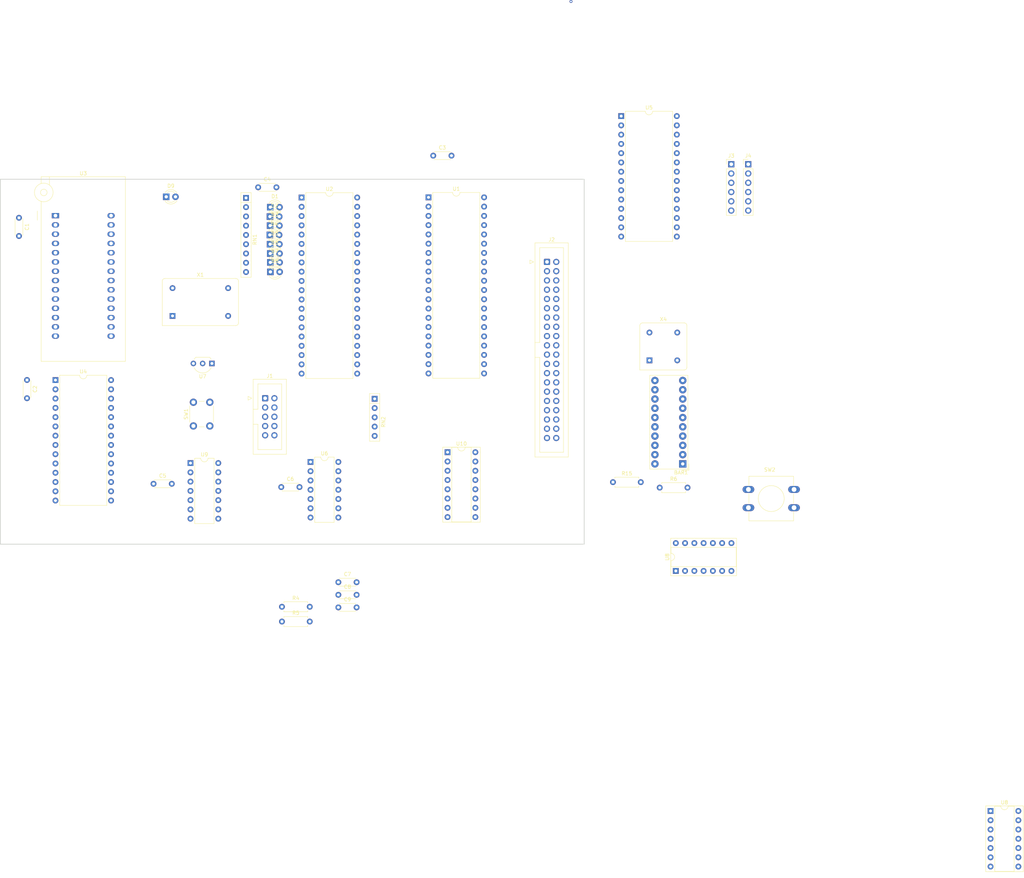
<source format=kicad_pcb>
(kicad_pcb (version 20240108) (generator "pcbnew") (generator_version "8.0")
  (layers (0 "F.Cu" signal) (31 "B.Cu" signal) (34 "B.Paste" user) (35 "F.Paste" user) (36 "B.SilkS" user "B.Silkscreen") (37 "F.SilkS" user "F.Silkscreen") (38 "B.Mask" user) (39 "F.Mask" user) (44 "Edge.Cuts" user))
  (net 0 "")
  (net 1 "LED7")
  (net 2 "LED1")
  (net 3 "Net-(RN1-R1)")
  (net 4 "VCC")
  (net 5 "LED5")
  (net 7 "LED3")
  (net 8 "LED8")
  (net 9 "Net-(RN1-R7)")
  (net 10 "LED6")
  (net 11 "Net-(BAR1-K-Pad20)")
  (net 12 "Net-(RN1-R6)")
  (net 14 "Net-(RN1-R5)")
  (net 15 "Net-(RN1-R8)")
  (net 16 "Net-(RN1-R4)")
  (net 17 "Net-(RN1-R2)")
  (net 18 "LED2")
  (net 19 "Net-(RN1-R3)")
  (net 20 "LED4")
  (net 21 "GND")
  (net 22 "Net-(C9-Pad1)")
  (net 23 "PB4")
  (net 24 "PB6")
  (net 25 "PB0")
  (net 26 "PB2")
  (net 27 "PB1")
  (net 28 "PB5")
  (net 29 "PB3")
  (net 30 "PB7")
  (net 33 "Net-(J3-Pin_4)")
  (net 35 "Net-(J3-Pin_3)")
  (net 36 "CB2")
  (net 38 "CA1")
  (net 39 "CA2")
  (net 40 "CB1")
  (net 41 "IRQ1")
  (net 42 "IRQ2")
  (net 43 "IRQ3")
  (net 44 "Net-(R4-Pad2)")
  (net 45 "Net-(U1-RDY)")
  (net 46 "RST")
  (net 48 "/A5")
  (net 49 "R{slash}W")
  (net 50 "/A6")
  (net 51 "A13")
  (net 52 "A8")
  (net 54 "/A0")
  (net 56 "/D2")
  (net 57 "/D7")
  (net 58 "/A11")
  (net 59 "/A15")
  (net 60 "/D6")
  (net 61 "A12")
  (net 62 "NMI")
  (net 64 "/A1")
  (net 65 "/D0")
  (net 66 "CLK")
  (net 67 "/D4")
  (net 68 "A9")
  (net 69 "A14")
  (net 70 "/A4")
  (net 71 "/D5")
  (net 72 "Net-(U1-~{IRQ})")
  (net 73 "A10")
  (net 75 "/D3")
  (net 77 "/D1")
  (net 78 "/A7")
  (net 80 "I{slash}O")
  (net 81 "I{slash}O 1")
  (net 82 "ROMSEL")
  (net 83 "RAMSEL")
  (net 84 "Net-(U5-XTAL1)")
  (net 88 "I{slash}O 2")
  (net 91 "I{slash}O 7")
  (net 92 "I{slash}O 8")
  (net 93 "I{slash}O 3")
  (net 94 "I{slash}O 4")
  (net 95 "I{slash}O 6")
  (net 96 "I{slash}O 5")
  (net 111 "Net-(D1-K)")
  (net 112 "Net-(D2-K)")
  (net 113 "Net-(D3-K)")
  (net 114 "Net-(D4-K)")
  (net 115 "Net-(D5-K)")
  (net 116 "Net-(D6-K)")
  (net 117 "Net-(D7-K)")
  (net 118 "Net-(D8-K)")
  (net 119 "Net-(D9-A)")
  (net 120 "IRQ4")
  (net 133 "A3")
  (net 134 "D2")
  (net 135 "D7")
  (net 136 "A0")
  (net 137 "A2")
  (net 138 "D4")
  (net 139 "D6")
  (net 140 "D3")
  (net 141 "A1")
  (net 142 "D1")
  (net 143 "D5")
  (net 144 "D0")
  (net 145 "Net-(X1-OUT)")
  (footprint "Resistor_THT:R_Axial_DIN0207_L6.3mm_D2.5mm_P7.62mm_Horizontal" (layer "F.Cu") (at 127.165 171.2)
    (property "Reference" "R5" (at 3.81 -2.37 0) (layer "F.SilkS"))
    (property "Value" "10K")
    (pad "1" thru_hole circle (at 0 0) (size 1.6 1.6) (drill 0.8) (layers "*.Cu" "*.Mask") (net 22 "Net-(C9-Pad1)"))
    (pad "2" thru_hole oval (at 7.62 0) (size 1.6 1.6) (drill 0.8) (layers "*.Cu" "*.Mask") (net 44 "Net-(R4-Pad2)"))
  )
  (footprint "Oscillator:Oscillator_DIP-14" (layer "F.Cu") (at 97.185 87.445)
    (property "Reference" "X1" (at 7.62 -11.26 0) (layer "F.SilkS"))
    (property "Value" "1MHz")
    (pad "1" thru_hole rect (at 0 0) (size 1.6 1.6) (drill 0.8) (layers "*.Cu" "*.Mask"))
    (pad "7" thru_hole circle (at 15.24 0) (size 1.6 1.6) (drill 0.8) (layers "*.Cu" "*.Mask") (net 21 "GND"))
    (pad "8" thru_hole circle (at 15.24 -7.62) (size 1.6 1.6) (drill 0.8) (layers "*.Cu" "*.Mask") (net 145 "Net-(X1-OUT)"))
    (pad "14" thru_hole circle (at 0 -7.62) (size 1.6 1.6) (drill 0.8) (layers "*.Cu" "*.Mask") (net 4 "VCC"))
  )
  (footprint "Capacitor_THT:C_Disc_D4.3mm_W1.9mm_P5.00mm" (layer "F.Cu") (at 142.625 163.875)
    (property "Reference" "C8" (at 2.5 -2.2 0) (layer "F.SilkS"))
    (property "Value" "100nF")
    (pad "1" thru_hole circle (at 0 0) (size 1.6 1.6) (drill 0.8) (layers "*.Cu" "*.Mask") (net 4 "VCC"))
    (pad "2" thru_hole circle (at 5 0) (size 1.6 1.6) (drill 0.8) (layers "*.Cu" "*.Mask") (net 21 "GND"))
  )
  (footprint "Package_DIP:DIP-40_W15.24mm" (layer "F.Cu") (at 132.55 55)
    (property "Reference" "U2" (at 7.62 -2.33 0) (layer "F.SilkS"))
    (property "Value" "W65C22NxP")
    (pad "1" thru_hole rect (at 0 0) (size 1.6 1.6) (drill 0.8) (layers "*.Cu" "*.Mask") (net 21 "GND"))
    (pad "2" thru_hole oval (at 0 2.54) (size 1.6 1.6) (drill 0.8) (layers "*.Cu" "*.Mask") (net 2 "LED1"))
    (pad "3" thru_hole oval (at 0 5.08) (size 1.6 1.6) (drill 0.8) (layers "*.Cu" "*.Mask") (net 18 "LED2"))
    (pad "4" thru_hole oval (at 0 7.62) (size 1.6 1.6) (drill 0.8) (layers "*.Cu" "*.Mask") (net 7 "LED3"))
    (pad "5" thru_hole oval (at 0 10.16) (size 1.6 1.6) (drill 0.8) (layers "*.Cu" "*.Mask") (net 20 "LED4"))
    (pad "6" thru_hole oval (at 0 12.7) (size 1.6 1.6) (drill 0.8) (layers "*.Cu" "*.Mask") (net 5 "LED5"))
    (pad "7" thru_hole oval (at 0 15.24) (size 1.6 1.6) (drill 0.8) (layers "*.Cu" "*.Mask") (net 10 "LED6"))
    (pad "8" thru_hole oval (at 0 17.78) (size 1.6 1.6) (drill 0.8) (layers "*.Cu" "*.Mask") (net 1 "LED7"))
    (pad "9" thru_hole oval (at 0 20.32) (size 1.6 1.6) (drill 0.8) (layers "*.Cu" "*.Mask") (net 8 "LED8"))
    (pad "10" thru_hole oval (at 0 22.86) (size 1.6 1.6) (drill 0.8) (layers "*.Cu" "*.Mask") (net 25 "PB0"))
    (pad "11" thru_hole oval (at 0 25.4) (size 1.6 1.6) (drill 0.8) (layers "*.Cu" "*.Mask") (net 27 "PB1"))
    (pad "12" thru_hole oval (at 0 27.94) (size 1.6 1.6) (drill 0.8) (layers "*.Cu" "*.Mask") (net 26 "PB2"))
    (pad "13" thru_hole oval (at 0 30.48) (size 1.6 1.6) (drill 0.8) (layers "*.Cu" "*.Mask") (net 29 "PB3"))
    (pad "14" thru_hole oval (at 0 33.02) (size 1.6 1.6) (drill 0.8) (layers "*.Cu" "*.Mask") (net 23 "PB4"))
    (pad "15" thru_hole oval (at 0 35.56) (size 1.6 1.6) (drill 0.8) (layers "*.Cu" "*.Mask") (net 28 "PB5"))
    (pad "16" thru_hole oval (at 0 38.1) (size 1.6 1.6) (drill 0.8) (layers "*.Cu" "*.Mask") (net 24 "PB6"))
    (pad "17" thru_hole oval (at 0 40.64) (size 1.6 1.6) (drill 0.8) (layers "*.Cu" "*.Mask") (net 30 "PB7"))
    (pad "18" thru_hole oval (at 0 43.18) (size 1.6 1.6) (drill 0.8) (layers "*.Cu" "*.Mask") (net 40 "CB1"))
    (pad "19" thru_hole oval (at 0 45.72) (size 1.6 1.6) (drill 0.8) (layers "*.Cu" "*.Mask") (net 36 "CB2"))
    (pad "20" thru_hole oval (at 0 48.26) (size 1.6 1.6) (drill 0.8) (layers "*.Cu" "*.Mask") (net 4 "VCC"))
    (pad "21" thru_hole oval (at 15.24 48.26) (size 1.6 1.6) (drill 0.8) (layers "*.Cu" "*.Mask") (net 41 "IRQ1"))
    (pad "22" thru_hole oval (at 15.24 45.72) (size 1.6 1.6) (drill 0.8) (layers "*.Cu" "*.Mask") (net 49 "R{slash}W"))
    (pad "23" thru_hole oval (at 15.24 43.18) (size 1.6 1.6) (drill 0.8) (layers "*.Cu" "*.Mask") (net 81 "I{slash}O 1"))
    (pad "24" thru_hole oval (at 15.24 40.64) (size 1.6 1.6) (drill 0.8) (layers "*.Cu" "*.Mask") (net 80 "I{slash}O"))
    (pad "25" thru_hole oval (at 15.24 38.1) (size 1.6 1.6) (drill 0.8) (layers "*.Cu" "*.Mask") (net 66 "CLK"))
    (pad "26" thru_hole oval (at 15.24 35.56) (size 1.6 1.6) (drill 0.8) (layers "*.Cu" "*.Mask") (net 135 "D7"))
    (pad "27" thru_hole oval (at 15.24 33.02) (size 1.6 1.6) (drill 0.8) (layers "*.Cu" "*.Mask") (net 139 "D6"))
    (pad "28" thru_hole oval (at 15.24 30.48) (size 1.6 1.6) (drill 0.8) (layers "*.Cu" "*.Mask") (net 143 "D5"))
    (pad "29" thru_hole oval (at 15.24 27.94) (size 1.6 1.6) (drill 0.8) (layers "*.Cu" "*.Mask") (net 138 "D4"))
    (pad "30" thru_hole oval (at 15.24 25.4) (size 1.6 1.6) (drill 0.8) (layers "*.Cu" "*.Mask") (net 140 "D3"))
    (pad "31" thru_hole oval (at 15.24 22.86) (size 1.6 1.6) (drill 0.8) (layers "*.Cu" "*.Mask") (net 134 "D2"))
    (pad "32" thru_hole oval (at 15.24 20.32) (size 1.6 1.6) (drill 0.8) (layers "*.Cu" "*.Mask") (net 142 "D1"))
    (pad "33" thru_hole oval (at 15.24 17.78) (size 1.6 1.6) (drill 0.8) (layers "*.Cu" "*.Mask") (net 144 "D0"))
    (pad "34" thru_hole oval (at 15.24 15.24) (size 1.6 1.6) (drill 0.8) (layers "*.Cu" "*.Mask") (net 46 "RST"))
    (pad "35" thru_hole oval (at 15.24 12.7) (size 1.6 1.6) (drill 0.8) (layers "*.Cu" "*.Mask") (net 133 "A3"))
    (pad "36" thru_hole oval (at 15.24 10.16) (size 1.6 1.6) (drill 0.8) (layers "*.Cu" "*.Mask") (net 137 "A2"))
    (pad "37" thru_hole oval (at 15.24 7.62) (size 1.6 1.6) (drill 0.8) (layers "*.Cu" "*.Mask") (net 141 "A1"))
    (pad "38" thru_hole oval (at 15.24 5.08) (size 1.6 1.6) (drill 0.8) (layers "*.Cu" "*.Mask") (net 136 "A0"))
    (pad "39" thru_hole oval (at 15.24 2.54) (size 1.6 1.6) (drill 0.8) (layers "*.Cu" "*.Mask") (net 39 "CA2"))
    (pad "40" thru_hole oval (at 15.24 0) (size 1.6 1.6) (drill 0.8) (layers "*.Cu" "*.Mask") (net 38 "CA1"))
  )
  (footprint "LED_THT:LED_D3.0mm" (layer "F.Cu") (at 123.96 57.65)
    (property "Reference" "D1" (at 1.27 -2.96 0) (layer "F.SilkS"))
    (property "Value" "LED")
    (pad "1" thru_hole rect (at 0 0) (size 1.8 1.8) (drill 0.9) (layers "*.Cu" "*.Mask") (net 111 "Net-(D1-K)"))
    (pad "2" thru_hole circle (at 2.54 0) (size 1.8 1.8) (drill 0.9) (layers "*.Cu" "*.Mask") (net 2 "LED1"))
  )
  (footprint "LED_THT:LED_D3.0mm" (layer "F.Cu") (at 124 75.375)
    (property "Reference" "D8" (at 1.27 -2.96 0) (layer "F.SilkS"))
    (property "Value" "LED")
    (pad "1" thru_hole rect (at 0 0) (size 1.8 1.8) (drill 0.9) (layers "*.Cu" "*.Mask") (net 118 "Net-(D8-K)"))
    (pad "2" thru_hole circle (at 2.54 0) (size 1.8 1.8) (drill 0.9) (layers "*.Cu" "*.Mask") (net 8 "LED8"))
  )
  (footprint "Resistor_THT:R_Array_SIP9" (layer "F.Cu") (at 117.325 55.1 -90)
    (property "Reference" "RN1" (at 11.43 -2.4 90) (layer "F.SilkS"))
    (property "Value" "220")
    (pad "1" thru_hole rect (at 0 0 270) (size 1.6 1.6) (drill 0.8) (layers "*.Cu" "*.Mask") (net 21 "GND"))
    (pad "2" thru_hole oval (at 2.54 0 270) (size 1.6 1.6) (drill 0.8) (layers "*.Cu" "*.Mask") (net 111 "Net-(D1-K)"))
    (pad "3" thru_hole oval (at 5.08 0 270) (size 1.6 1.6) (drill 0.8) (layers "*.Cu" "*.Mask") (net 112 "Net-(D2-K)"))
    (pad "4" thru_hole oval (at 7.62 0 270) (size 1.6 1.6) (drill 0.8) (layers "*.Cu" "*.Mask") (net 113 "Net-(D3-K)"))
    (pad "5" thru_hole oval (at 10.16 0 270) (size 1.6 1.6) (drill 0.8) (layers "*.Cu" "*.Mask") (net 114 "Net-(D4-K)"))
    (pad "6" thru_hole oval (at 12.7 0 270) (size 1.6 1.6) (drill 0.8) (layers "*.Cu" "*.Mask") (net 115 "Net-(D5-K)"))
    (pad "7" thru_hole oval (at 15.24 0 270) (size 1.6 1.6) (drill 0.8) (layers "*.Cu" "*.Mask") (net 116 "Net-(D6-K)"))
    (pad "8" thru_hole oval (at 17.78 0 270) (size 1.6 1.6) (drill 0.8) (layers "*.Cu" "*.Mask") (net 117 "Net-(D7-K)"))
    (pad "9" thru_hole oval (at 20.32 0 270) (size 1.6 1.6) (drill 0.8) (layers "*.Cu" "*.Mask") (net 118 "Net-(D8-K)"))
  )
  (footprint "Connector_IDC:IDC-Header_2x20_P2.54mm_Vertical" (layer "F.Cu") (at 199.8 72.645)
    (property "Reference" "J2" (at 1.27 -6.1 0) (layer "F.SilkS"))
    (property "Value" "Conn_02x20_Odd_Even")
    (pad "1" thru_hole roundrect (at 0 0) (size 1.7 1.7) (drill 1) (layers "*.Cu" "*.Mask") (roundrect_rratio 0.147059) (net 46 "RST"))
    (pad "2" thru_hole circle (at 2.54 0) (size 1.7 1.7) (drill 1) (layers "*.Cu" "*.Mask") (net 21 "GND"))
    (pad "3" thru_hole circle (at 0 2.54) (size 1.7 1.7) (drill 1) (layers "*.Cu" "*.Mask") (net 66 "CLK"))
    (pad "4" thru_hole circle (at 2.54 2.54) (size 1.7 1.7) (drill 1) (layers "*.Cu" "*.Mask") (net 136 "A0"))
    (pad "5" thru_hole circle (at 0 5.08) (size 1.7 1.7) (drill 1) (layers "*.Cu" "*.Mask") (net 49 "R{slash}W"))
    (pad "6" thru_hole circle (at 2.54 5.08) (size 1.7 1.7) (drill 1) (layers "*.Cu" "*.Mask") (net 141 "A1"))
    (pad "7" thru_hole circle (at 0 7.62) (size 1.7 1.7) (drill 1) (layers "*.Cu" "*.Mask") (net 80 "I{slash}O"))
    (pad "8" thru_hole circle (at 2.54 7.62) (size 1.7 1.7) (drill 1) (layers "*.Cu" "*.Mask") (net 137 "A2"))
    (pad "9" thru_hole circle (at 0 10.16) (size 1.7 1.7) (drill 1) (layers "*.Cu" "*.Mask") (net 42 "IRQ2"))
    (pad "10" thru_hole circle (at 2.54 10.16) (size 1.7 1.7) (drill 1) (layers "*.Cu" "*.Mask") (net 133 "A3"))
    (pad "11" thru_hole circle (at 0 12.7) (size 1.7 1.7) (drill 1) (layers "*.Cu" "*.Mask") (net 43 "IRQ3"))
    (pad "12" thru_hole circle (at 2.54 12.7) (size 1.7 1.7) (drill 1) (layers "*.Cu" "*.Mask"))
    (pad "13" thru_hole circle (at 0 15.24) (size 1.7 1.7) (drill 1) (layers "*.Cu" "*.Mask") (net 120 "IRQ4"))
    (pad "14" thru_hole circle (at 2.54 15.24) (size 1.7 1.7) (drill 1) (layers "*.Cu" "*.Mask"))
    (pad "15" thru_hole circle (at 0 17.78) (size 1.7 1.7) (drill 1) (layers "*.Cu" "*.Mask"))
    (pad "16" thru_hole circle (at 2.54 17.78) (size 1.7 1.7) (drill 1) (layers "*.Cu" "*.Mask"))
    (pad "17" thru_hole circle (at 0 20.32) (size 1.7 1.7) (drill 1) (layers "*.Cu" "*.Mask"))
    (pad "18" thru_hole circle (at 2.54 20.32) (size 1.7 1.7) (drill 1) (layers "*.Cu" "*.Mask"))
    (pad "19" thru_hole circle (at 0 22.86) (size 1.7 1.7) (drill 1) (layers "*.Cu" "*.Mask"))
    (pad "20" thru_hole circle (at 2.54 22.86) (size 1.7 1.7) (drill 1) (layers "*.Cu" "*.Mask"))
    (pad "21" thru_hole circle (at 0 25.4) (size 1.7 1.7) (drill 1) (layers "*.Cu" "*.Mask"))
    (pad "22" thru_hole circle (at 2.54 25.4) (size 1.7 1.7) (drill 1) (layers "*.Cu" "*.Mask"))
    (pad "23" thru_hole circle (at 0 27.94) (size 1.7 1.7) (drill 1) (layers "*.Cu" "*.Mask"))
    (pad "24" thru_hole circle (at 2.54 27.94) (size 1.7 1.7) (drill 1) (layers "*.Cu" "*.Mask") (net 144 "D0"))
    (pad "25" thru_hole circle (at 0 30.48) (size 1.7 1.7) (drill 1) (layers "*.Cu" "*.Mask"))
    (pad "26" thru_hole circle (at 2.54 30.48) (size 1.7 1.7) (drill 1) (layers "*.Cu" "*.Mask") (net 142 "D1"))
    (pad "27" thru_hole circle (at 0 33.02) (size 1.7 1.7) (drill 1) (layers "*.Cu" "*.Mask") (net 88 "I{slash}O 2"))
    (pad "28" thru_hole circle (at 2.54 33.02) (size 1.7 1.7) (drill 1) (layers "*.Cu" "*.Mask") (net 134 "D2"))
    (pad "29" thru_hole circle (at 0 35.56) (size 1.7 1.7) (drill 1) (layers "*.Cu" "*.Mask") (net 93 "I{slash}O 3"))
    (pad "30" thru_hole circle (at 2.54 35.56) (size 1.7 1.7) (drill 1) (layers "*.Cu" "*.Mask") (net 140 "D3"))
    (pad "31" thru_hole circle (at 0 38.1) (size 1.7 1.7) (drill 1) (layers "*.Cu" "*.Mask") (net 94 "I{slash}O 4"))
    (pad "32" thru_hole circle (at 2.54 38.1) (size 1.7 1.7) (drill 1) (layers "*.Cu" "*.Mask") (net 138 "D4"))
    (pad "33" thru_hole circle (at 0 40.64) (size 1.7 1.7) (drill 1) (layers "*.Cu" "*.Mask") (net 96 "I{slash}O 5"))
    (pad "34" thru_hole circle (at 2.54 40.64) (size 1.7 1.7) (drill 1) (layers "*.Cu" "*.Mask") (net 143 "D5"))
    (pad "35" thru_hole circle (at 0 43.18) (size 1.7 1.7) (drill 1) (layers "*.Cu" "*.Mask") (net 95 "I{slash}O 6"))
    (pad "36" thru_hole circle (at 2.54 43.18) (size 1.7 1.7) (drill 1) (layers "*.Cu" "*.Mask") (net 139 "D6"))
    (pad "37" thru_hole circle (at 0 45.72) (size 1.7 1.7) (drill 1) (layers "*.Cu" "*.Mask") (net 91 "I{slash}O 7"))
    (pad "38" thru_hole circle (at 2.54 45.72) (size 1.7 1.7) (drill 1) (layers "*.Cu" "*.Mask") (net 135 "D7"))
    (pad "39" thru_hole circle (at 0 48.26) (size 1.7 1.7) (drill 1) (layers "*.Cu" "*.Mask") (net 92 "I{slash}O 8"))
    (pad "40" thru_hole circle (at 2.54 48.26) (size 1.7 1.7) (drill 1) (layers "*.Cu" "*.Mask") (net 4 "VCC"))
  )
  (footprint "Package_DIP:DIP-28_W15.24mm" (layer "F.Cu") (at 65.1 105.025)
    (property "Reference" "U4" (at 7.62 -2.33 0) (layer "F.SilkS"))
    (property "Value" "CY62256-70PC")
    (pad "1" thru_hole rect (at 0 0) (size 1.6 1.6) (drill 0.8) (layers "*.Cu" "*.Mask") (net 69 "A14"))
    (pad "2" thru_hole oval (at 0 2.54) (size 1.6 1.6) (drill 0.8) (layers "*.Cu" "*.Mask") (net 61 "A12"))
    (pad "3" thru_hole oval (at 0 5.08) (size 1.6 1.6) (drill 0.8) (layers "*.Cu" "*.Mask") (net 78 "/A7"))
    (pad "4" thru_hole oval (at 0 7.62) (size 1.6 1.6) (drill 0.8) (layers "*.Cu" "*.Mask") (net 50 "/A6"))
    (pad "5" thru_hole oval (at 0 10.16) (size 1.6 1.6) (drill 0.8) (layers "*.Cu" "*.Mask") (net 48 "/A5"))
    (pad "6" thru_hole oval (at 0 12.7) (size 1.6 1.6) (drill 0.8) (layers "*.Cu" "*.Mask") (net 70 "/A4"))
    (pad "7" thru_hole oval (at 0 15.24) (size 1.6 1.6) (drill 0.8) (layers "*.Cu" "*.Mask") (net 133 "A3"))
    (pad "8" thru_hole oval (at 0 17.78) (size 1.6 1.6) (drill 0.8) (layers "*.Cu" "*.Mask") (net 137 "A2"))
    (pad "9" thru_hole oval (at 0 20.32) (size 1.6 1.6) (drill 0.8) (layers "*.Cu" "*.Mask") (net 141 "A1"))
    (pad "10" thru_hole oval (at 0 22.86) (size 1.6 1.6) (drill 0.8) (layers "*.Cu" "*.Mask") (net 136 "A0"))
    (pad "11" thru_hole oval (at 0 25.4) (size 1.6 1.6) (drill 0.8) (layers "*.Cu" "*.Mask") (net 144 "D0"))
    (pad "12" thru_hole oval (at 0 27.94) (size 1.6 1.6) (drill 0.8) (layers "*.Cu" "*.Mask") (net 142 "D1"))
    (pad "13" thru_hole oval (at 0 30.48) (size 1.6 1.6) (drill 0.8) (layers "*.Cu" "*.Mask") (net 134 "D2"))
    (pad "14" thru_hole oval (at 0 33.02) (size 1.6 1.6) (drill 0.8) (layers "*.Cu" "*.Mask") (net 21 "GND"))
    (pad "15" thru_hole oval (at 15.24 33.02) (size 1.6 1.6) (drill 0.8) (layers "*.Cu" "*.Mask") (net 140 "D3"))
    (pad "16" thru_hole oval (at 15.24 30.48) (size 1.6 1.6) (drill 0.8) (layers "*.Cu" "*.Mask") (net 138 "D4"))
    (pad "17" thru_hole oval (at 15.24 27.94) (size 1.6 1.6) (drill 0.8) (layers "*.Cu" "*.Mask") (net 143 "D5"))
    (pad "18" thru_hole oval (at 15.24 25.4) (size 1.6 1.6) (drill 0.8) (layers "*.Cu" "*.Mask") (net 139 "D6"))
    (pad "19" thru_hole oval (at 15.24 22.86) (size 1.6 1.6) (drill 0.8) (layers "*.Cu" "*.Mask") (net 135 "D7"))
    (pad "20" thru_hole oval (at 15.24 20.32) (size 1.6 1.6) (drill 0.8) (layers "*.Cu" "*.Mask") (net 83 "RAMSEL"))
    (pad "21" thru_hole oval (at 15.24 17.78) (size 1.6 1.6) (drill 0.8) (layers "*.Cu" "*.Mask") (net 73 "A10"))
    (pad "22" thru_hole oval (at 15.24 15.24) (size 1.6 1.6) (drill 0.8) (layers "*.Cu" "*.Mask") (net 80 "I{slash}O"))
    (pad "23" thru_hole oval (at 15.24 12.7) (size 1.6 1.6) (drill 0.8) (layers "*.Cu" "*.Mask") (net 58 "/A11"))
    (pad "24" thru_hole oval (at 15.24 10.16) (size 1.6 1.6) (drill 0.8) (layers "*.Cu" "*.Mask") (net 68 "A9"))
    (pad "25" thru_hole oval (at 15.24 7.62) (size 1.6 1.6) (drill 0.8) (layers "*.Cu" "*.Mask") (net 52 "A8"))
    (pad "26" thru_hole oval (at 15.24 5.08) (size 1.6 1.6) (drill 0.8) (layers "*.Cu" "*.Mask") (net 51 "A13"))
    (pad "27" thru_hole oval (at 15.24 2.54) (size 1.6 1.6) (drill 0.8) (layers "*.Cu" "*.Mask") (net 49 "R{slash}W"))
    (pad "28" thru_hole oval (at 15.24 0) (size 1.6 1.6) (drill 0.8) (layers "*.Cu" "*.Mask") (net 4 "VCC"))
  )
  (footprint "Package_DIP:DIP-14_W7.62mm" (layer "F.Cu") (at 135 127.46)
    (property "Reference" "U6" (at 3.81 -2.33 0) (layer "F.SilkS"))
    (property "Value" "74HC21")
    (pad "1" thru_hole rect (at 0 0) (size 1.6 1.6) (drill 0.8) (layers "*.Cu" "*.Mask") (net 43 "IRQ3"))
    (pad "2" thru_hole oval (at 0 2.54) (size 1.6 1.6) (drill 0.8) (layers "*.Cu" "*.Mask") (net 120 "IRQ4"))
    (pad "3" thru_hole oval (at 0 5.08) (size 1.6 1.6) (drill 0.8) (layers "*.Cu" "*.Mask"))
    (pad "4" thru_hole oval (at 0 7.62) (size 1.6 1.6) (drill 0.8) (layers "*.Cu" "*.Mask") (net 41 "IRQ1"))
    (pad "5" thru_hole oval (at 0 10.16) (size 1.6 1.6) (drill 0.8) (layers "*.Cu" "*.Mask") (net 42 "IRQ2"))
    (pad "6" thru_hole oval (at 0 12.7) (size 1.6 1.6) (drill 0.8) (layers "*.Cu" "*.Mask") (net 72 "Net-(U1-~{IRQ})"))
    (pad "7" thru_hole oval (at 0 15.24) (size 1.6 1.6) (drill 0.8) (layers "*.Cu" "*.Mask") (net 21 "GND"))
    (pad "8" thru_hole oval (at 7.62 15.24) (size 1.6 1.6) (drill 0.8) (layers "*.Cu" "*.Mask") (net 80 "I{slash}O"))
    (pad "9" thru_hole oval (at 7.62 12.7) (size 1.6 1.6) (drill 0.8) (layers "*.Cu" "*.Mask") (net 82 "ROMSEL"))
    (pad "10" thru_hole oval (at 7.62 10.16) (size 1.6 1.6) (drill 0.8) (layers "*.Cu" "*.Mask") (net 61 "A12"))
    (pad "11" thru_hole oval (at 7.62 7.62) (size 1.6 1.6) (drill 0.8) (layers "*.Cu" "*.Mask"))
    (pad "12" thru_hole oval (at 7.62 5.08) (size 1.6 1.6) (drill 0.8) (layers "*.Cu" "*.Mask") (net 51 "A13"))
    (pad "13" thru_hole oval (at 7.62 2.54) (size 1.6 1.6) (drill 0.8) (layers "*.Cu" "*.Mask") (net 69 "A14"))
    (pad "14" thru_hole oval (at 7.62 0) (size 1.6 1.6) (drill 0.8) (layers "*.Cu" "*.Mask") (net 4 "VCC"))
  )
  (footprint "Capacitor_THT:C_Disc_D4.3mm_W1.9mm_P5.00mm" (layer "F.Cu") (at 168.625 43.525)
    (property "Reference" "C3" (at 2.5 -2.2 0) (layer "F.SilkS"))
    (property "Value" "100nF")
    (pad "1" thru_hole circle (at 0 0) (size 1.6 1.6) (drill 0.8) (layers "*.Cu" "*.Mask") (net 4 "VCC"))
    (pad "2" thru_hole circle (at 5 0) (size 1.6 1.6) (drill 0.8) (layers "*.Cu" "*.Mask") (net 21 "GND"))
  )
  (footprint "Package_DIP:DIP-28_W15.24mm" (layer "F.Cu") (at 220.135 32.685)
    (property "Reference" "U5" (at 7.62 -2.33 0) (layer "F.SilkS"))
    (property "Value" "W65C51NxP")
    (pad "1" thru_hole rect (at 0 0) (size 1.6 1.6) (drill 0.8) (layers "*.Cu" "*.Mask") (net 21 "GND"))
    (pad "2" thru_hole oval (at 0 2.54) (size 1.6 1.6) (drill 0.8) (layers "*.Cu" "*.Mask") (net 80 "I{slash}O"))
    (pad "3" thru_hole oval (at 0 5.08) (size 1.6 1.6) (drill 0.8) (layers "*.Cu" "*.Mask") (net 88 "I{slash}O 2"))
    (pad "4" thru_hole oval (at 0 7.62) (size 1.6 1.6) (drill 0.8) (layers "*.Cu" "*.Mask") (net 46 "RST"))
    (pad "5" thru_hole oval (at 0 10.16) (size 1.6 1.6) (drill 0.8) (layers "*.Cu" "*.Mask"))
    (pad "6" thru_hole oval (at 0 12.7) (size 1.6 1.6) (drill 0.8) (layers "*.Cu" "*.Mask") (net 84 "Net-(U5-XTAL1)"))
    (pad "7" thru_hole oval (at 0 15.24) (size 1.6 1.6) (drill 0.8) (layers "*.Cu" "*.Mask"))
    (pad "8" thru_hole oval (at 0 17.78) (size 1.6 1.6) (drill 0.8) (layers "*.Cu" "*.Mask"))
    (pad "9" thru_hole oval (at 0 20.32) (size 1.6 1.6) (drill 0.8) (layers "*.Cu" "*.Mask") (net 21 "GND"))
    (pad "10" thru_hole oval (at 0 22.86) (size 1.6 1.6) (drill 0.8) (layers "*.Cu" "*.Mask") (net 33 "Net-(J3-Pin_4)"))
    (pad "11" thru_hole oval (at 0 25.4) (size 1.6 1.6) (drill 0.8) (layers "*.Cu" "*.Mask"))
    (pad "12" thru_hole oval (at 0 27.94) (size 1.6 1.6) (drill 0.8) (layers "*.Cu" "*.Mask") (net 35 "Net-(J3-Pin_3)"))
    (pad "13" thru_hole oval (at 0 30.48) (size 1.6 1.6) (drill 0.8) (layers "*.Cu" "*.Mask") (net 54 "/A0"))
    (pad "14" thru_hole oval (at 0 33.02) (size 1.6 1.6) (drill 0.8) (layers "*.Cu" "*.Mask") (net 64 "/A1"))
    (pad "15" thru_hole oval (at 15.24 33.02) (size 1.6 1.6) (drill 0.8) (layers "*.Cu" "*.Mask") (net 4 "VCC"))
    (pad "16" thru_hole oval (at 15.24 30.48) (size 1.6 1.6) (drill 0.8) (layers "*.Cu" "*.Mask") (net 21 "GND"))
    (pad "17" thru_hole oval (at 15.24 27.94) (size 1.6 1.6) (drill 0.8) (layers "*.Cu" "*.Mask") (net 21 "GND"))
    (pad "18" thru_hole oval (at 15.24 25.4) (size 1.6 1.6) (drill 0.8) (layers "*.Cu" "*.Mask") (net 65 "/D0"))
    (pad "19" thru_hole oval (at 15.24 22.86) (size 1.6 1.6) (drill 0.8) (layers "*.Cu" "*.Mask") (net 77 "/D1"))
    (pad "20" thru_hole oval (at 15.24 20.32) (size 1.6 1.6) (drill 0.8) (layers "*.Cu" "*.Mask") (net 56 "/D2"))
    (pad "21" thru_hole oval (at 15.24 17.78) (size 1.6 1.6) (drill 0.8) (layers "*.Cu" "*.Mask") (net 75 "/D3"))
    (pad "22" thru_hole oval (at 15.24 15.24) (size 1.6 1.6) (drill 0.8) (layers "*.Cu" "*.Mask") (net 67 "/D4"))
    (pad "23" thru_hole oval (at 15.24 12.7) (size 1.6 1.6) (drill 0.8) (layers "*.Cu" "*.Mask") (net 71 "/D5"))
    (pad "24" thru_hole oval (at 15.24 10.16) (size 1.6 1.6) (drill 0.8) (layers "*.Cu" "*.Mask") (net 60 "/D6"))
    (pad "25" thru_hole oval (at 15.24 7.62) (size 1.6 1.6) (drill 0.8) (layers "*.Cu" "*.Mask") (net 57 "/D7"))
    (pad "26" thru_hole oval (at 15.24 5.08) (size 1.6 1.6) (drill 0.8) (layers "*.Cu" "*.Mask") (net 42 "IRQ2"))
    (pad "27" thru_hole oval (at 15.24 2.54) (size 1.6 1.6) (drill 0.8) (layers "*.Cu" "*.Mask") (net 66 "CLK"))
    (pad "28" thru_hole oval (at 15.24 0) (size 1.6 1.6) (drill 0.8) (layers "*.Cu" "*.Mask") (net 49 "R{slash}W"))
  )
  (footprint "Capacitor_THT:C_Disc_D4.3mm_W1.9mm_P5.00mm" (layer "F.Cu") (at 91.975 133.45)
    (property "Reference" "C5" (at 2.5 -2.2 0) (layer "F.SilkS"))
    (property "Value" "100nF")
    (pad "1" thru_hole circle (at 0 0) (size 1.6 1.6) (drill 0.8) (layers "*.Cu" "*.Mask") (net 4 "VCC"))
    (pad "2" thru_hole circle (at 5 0) (size 1.6 1.6) (drill 0.8) (layers "*.Cu" "*.Mask") (net 21 "GND"))
  )
  (footprint "Capacitor_THT:C_Disc_D4.3mm_W1.9mm_P5.00mm" (layer "F.Cu") (at 142.625 160.425)
    (property "Reference" "C7" (at 2.5 -2.2 0) (layer "F.SilkS"))
    (property "Value" "100nF")
    (pad "1" thru_hole circle (at 0 0) (size 1.6 1.6) (drill 0.8) (layers "*.Cu" "*.Mask") (net 4 "VCC"))
    (pad "2" thru_hole circle (at 5 0) (size 1.6 1.6) (drill 0.8) (layers "*.Cu" "*.Mask") (net 21 "GND"))
  )
  (footprint "Oscillator:Oscillator_DIP-8" (layer "F.Cu") (at 227.88 99.62)
    (property "Reference" "X4" (at 3.81 -11.26 0) (layer "F.SilkS"))
    (property "Value" "TFT660")
    (pad "1" thru_hole rect (at 0 0) (size 1.6 1.6) (drill 0.8) (layers "*.Cu" "*.Mask"))
    (pad "4" thru_hole circle (at 7.62 0) (size 1.6 1.6) (drill 0.8) (layers "*.Cu" "*.Mask") (net 21 "GND"))
    (pad "5" thru_hole circle (at 7.62 -7.62) (size 1.6 1.6) (drill 0.8) (layers "*.Cu" "*.Mask") (net 84 "Net-(U5-XTAL1)"))
    (pad "8" thru_hole circle (at 0 -7.62) (size 1.6 1.6) (drill 0.8) (layers "*.Cu" "*.Mask") (net 4 "VCC"))
  )
  (footprint "Button_Switch_THT:SW_PUSH_6mm" (layer "F.Cu") (at 102.9 117.6 90)
    (property "Reference" "SW1" (at 3.25 -2 90) (layer "F.SilkS"))
    (property "Value" "Reset")
    (pad "1" thru_hole circle (at 0 0 180) (size 2 2) (drill 1.1) (layers "*.Cu" "*.Mask") (net 21 "GND"))
    (pad "1" thru_hole circle (at 6.5 0 180) (size 2 2) (drill 1.1) (layers "*.Cu" "*.Mask") (net 21 "GND"))
    (pad "2" thru_hole circle (at 0 4.5 180) (size 2 2) (drill 1.1) (layers "*.Cu" "*.Mask") (net 46 "RST"))
    (pad "2" thru_hole circle (at 6.5 4.5 180) (size 2 2) (drill 1.1) (layers "*.Cu" "*.Mask") (net 46 "RST"))
  )
  (footprint "Connector_PinHeader_2.54mm:PinHeader_1x06_P2.54mm_Vertical" (layer "F.Cu") (at 254.95 45.875)
    (property "Reference" "J4" (at 0 -2.33 0) (layer "F.SilkS"))
    (property "Value" "CACB")
    (pad "1" thru_hole rect (at 0 0) (size 1.7 1.7) (drill 1) (layers "*.Cu" "*.Mask") (net 38 "CA1"))
    (pad "2" thru_hole oval (at 0 2.54) (size 1.7 1.7) (drill 1) (layers "*.Cu" "*.Mask") (net 39 "CA2"))
    (pad "3" thru_hole oval (at 0 5.08) (size 1.7 1.7) (drill 1) (layers "*.Cu" "*.Mask") (net 40 "CB1"))
    (pad "4" thru_hole oval (at 0 7.62) (size 1.7 1.7) (drill 1) (layers "*.Cu" "*.Mask") (net 36 "CB2"))
    (pad "5" thru_hole oval (at 0 10.16) (size 1.7 1.7) (drill 1) (layers "*.Cu" "*.Mask"))
    (pad "6" thru_hole oval (at 0 12.7) (size 1.7 1.7) (drill 1) (layers "*.Cu" "*.Mask") (net 21 "GND"))
  )
  (footprint "Resistor_THT:R_Axial_DIN0207_L6.3mm_D2.5mm_P7.62mm_Horizontal" (layer "F.Cu") (at 230.69 134.5)
    (property "Reference" "R6" (at 3.81 -2.37 0) (layer "F.SilkS"))
    (property "Value" "220")
    (pad "1" thru_hole circle (at 0 0) (size 1.6 1.6) (drill 0.8) (layers "*.Cu" "*.Mask") (net 4 "VCC"))
    (pad "2" thru_hole oval (at 7.62 0) (size 1.6 1.6) (drill 0.8) (layers "*.Cu" "*.Mask") (net 119 "Net-(D9-A)"))
  )
  (footprint "Package_DIP:DIP-14_W7.62mm_Socket" (layer "F.Cu") (at 321.355 223.11)
    (property "Reference" "U8" (at 3.81 -2.33 0) (layer "F.SilkS"))
    (property "Value" "74HC14")
    (pad "1" thru_hole rect (at 0 0) (size 1.6 1.6) (drill 0.8) (layers "*.Cu" "*.Mask"))
    (pad "2" thru_hole oval (at 0 2.54) (size 1.6 1.6) (drill 0.8) (layers "*.Cu" "*.Mask"))
    (pad "3" thru_hole oval (at 0 5.08) (size 1.6 1.6) (drill 0.8) (layers "*.Cu" "*.Mask"))
    (pad "4" thru_hole oval (at 0 7.62) (size 1.6 1.6) (drill 0.8) (layers "*.Cu" "*.Mask"))
    (pad "5" thru_hole oval (at 0 10.16) (size 1.6 1.6) (drill 0.8) (layers "*.Cu" "*.Mask"))
    (pad "6" thru_hole oval (at 0 12.7) (size 1.6 1.6) (drill 0.8) (layers "*.Cu" "*.Mask"))
    (pad "7" thru_hole oval (at 0 15.24) (size 1.6 1.6) (drill 0.8) (layers "*.Cu" "*.Mask"))
    (pad "8" thru_hole oval (at 7.62 15.24) (size 1.6 1.6) (drill 0.8) (layers "*.Cu" "*.Mask"))
    (pad "9" thru_hole oval (at 7.62 12.7) (size 1.6 1.6) (drill 0.8) (layers "*.Cu" "*.Mask"))
    (pad "10" thru_hole oval (at 7.62 10.16) (size 1.6 1.6) (drill 0.8) (layers "*.Cu" "*.Mask"))
    (pad "11" thru_hole oval (at 7.62 7.62) (size 1.6 1.6) (drill 0.8) (layers "*.Cu" "*.Mask"))
    (pad "12" thru_hole oval (at 7.62 5.08) (size 1.6 1.6) (drill 0.8) (layers "*.Cu" "*.Mask"))
    (pad "13" thru_hole oval (at 7.62 2.54) (size 1.6 1.6) (drill 0.8) (layers "*.Cu" "*.Mask"))
    (pad "14" thru_hole oval (at 7.62 0) (size 1.6 1.6) (drill 0.8) (layers "*.Cu" "*.Mask"))
  )
  (footprint "Resistor_THT:R_Array_SIP5" (layer "F.Cu") (at 152.575 110.16 -90)
    (property "Reference" "RN2" (at 6.35 -2.4 90) (layer "F.SilkS"))
    (property "Value" "3k3")
    (pad "1" thru_hole rect (at 0 0 270) (size 1.6 1.6) (drill 0.8) (layers "*.Cu" "*.Mask") (net 4 "VCC"))
    (pad "2" thru_hole oval (at 2.54 0 270) (size 1.6 1.6) (drill 0.8) (layers "*.Cu" "*.Mask") (net 43 "IRQ3"))
    (pad "3" thru_hole oval (at 5.08 0 270) (size 1.6 1.6) (drill 0.8) (layers "*.Cu" "*.Mask") (net 120 "IRQ4"))
    (pad "4" thru_hole oval (at 7.62 0 270) (size 1.6 1.6) (drill 0.8) (layers "*.Cu" "*.Mask") (net 41 "IRQ1"))
    (pad "5" thru_hole oval (at 10.16 0 270) (size 1.6 1.6) (drill 0.8) (layers "*.Cu" "*.Mask") (net 42 "IRQ2"))
  )
  (footprint "Connector_PinHeader_2.54mm:PinHeader_1x06_P2.54mm_Vertical" (layer "F.Cu") (at 250.3 45.875)
    (property "Reference" "J3" (at 0 -2.33 0) (layer "F.SilkS"))
    (property "Value" "Serial")
    (pad "1" thru_hole rect (at 0 0) (size 1.7 1.7) (drill 1) (layers "*.Cu" "*.Mask"))
    (pad "2" thru_hole oval (at 0 2.54) (size 1.7 1.7) (drill 1) (layers "*.Cu" "*.Mask") (net 21 "GND"))
    (pad "3" thru_hole oval (at 0 5.08) (size 1.7 1.7) (drill 1) (layers "*.Cu" "*.Mask") (net 35 "Net-(J3-Pin_3)"))
    (pad "4" thru_hole oval (at 0 7.62) (size 1.7 1.7) (drill 1) (layers "*.Cu" "*.Mask") (net 33 "Net-(J3-Pin_4)"))
    (pad "5" thru_hole oval (at 0 10.16) (size 1.7 1.7) (drill 1) (layers "*.Cu" "*.Mask"))
    (pad "6" thru_hole oval (at 0 12.7) (size 1.7 1.7) (drill 1) (layers "*.Cu" "*.Mask"))
  )
  (footprint "LED_THT:LED_D3.0mm" (layer "F.Cu") (at 123.985 72.775)
    (property "Reference" "D7" (at 1.27 -2.96 0) (layer "F.SilkS"))
    (property "Value" "LED")
    (pad "1" thru_hole rect (at 0 0) (size 1.8 1.8) (drill 0.9) (layers "*.Cu" "*.Mask") (net 117 "Net-(D7-K)"))
    (pad "2" thru_hole circle (at 2.54 0) (size 1.8 1.8) (drill 0.9) (layers "*.Cu" "*.Mask") (net 1 "LED7"))
  )
  (footprint "Capacitor_THT:C_Disc_D4.3mm_W1.9mm_P5.00mm" (layer "F.Cu") (at 55.1 60.55 -90)
    (property "Reference" "C1" (at 2.5 -2.2 90) (layer "F.SilkS"))
    (property "Value" "100nF")
    (pad "1" thru_hole circle (at 0 0 270) (size 1.6 1.6) (drill 0.8) (layers "*.Cu" "*.Mask") (net 4 "VCC"))
    (pad "2" thru_hole circle (at 5 0 270) (size 1.6 1.6) (drill 0.8) (layers "*.Cu" "*.Mask") (net 21 "GND"))
  )
  (footprint "LED_THT:LED_D3.0mm" (layer "F.Cu") (at 123.96 70.35)
    (property "Reference" "D6" (at 1.27 -2.96 0) (layer "F.SilkS"))
    (property "Value" "LED")
    (pad "1" thru_hole rect (at 0 0) (size 1.8 1.8) (drill 0.9) (layers "*.Cu" "*.Mask") (net 116 "Net-(D6-K)"))
    (pad "2" thru_hole circle (at 2.54 0) (size 1.8 1.8) (drill 0.9) (layers "*.Cu" "*.Mask") (net 10 "LED6"))
  )
  (footprint "Capacitor_THT:C_Disc_D4.3mm_W1.9mm_P5.00mm" (layer "F.Cu") (at 126.975 134.35)
    (property "Reference" "C6" (at 2.5 -2.2 0) (layer "F.SilkS"))
    (property "Value" "100nF")
    (pad "1" thru_hole circle (at 0 0) (size 1.6 1.6) (drill 0.8) (layers "*.Cu" "*.Mask") (net 4 "VCC"))
    (pad "2" thru_hole circle (at 5 0) (size 1.6 1.6) (drill 0.8) (layers "*.Cu" "*.Mask") (net 21 "GND"))
  )
  (footprint "Package_TO_SOT_THT:TO-92L_Inline_Wide" (layer "F.Cu") (at 107.975 100.475 180)
    (property "Reference" "U7" (at 2.54 -3.56 0) (layer "F.SilkS"))
    (property "Value" "~")
    (pad "1" thru_hole rect (at 0 0 180) (size 1.5 1.5) (drill 0.8) (layers "*.Cu" "*.Mask") (net 46 "RST"))
    (pad "2" thru_hole circle (at 2.54 0 180) (size 1.5 1.5) (drill 0.8) (layers "*.Cu" "*.Mask") (net 4 "VCC"))
    (pad "3" thru_hole circle (at 5.08 0 180) (size 1.5 1.5) (drill 0.8) (layers "*.Cu" "*.Mask") (net 21 "GND"))
  )
  (footprint "Package_DIP:DIP-14_W7.62mm" (layer "F.Cu") (at 102.1 127.775)
    (property "Reference" "U9" (at 3.81 -2.33 0) (layer "F.SilkS"))
    (property "Value" "74HC00")
    (pad "1" thru_hole rect (at 0 0) (size 1.6 1.6) (drill 0.8) (layers "*.Cu" "*.Mask") (net 4 "VCC"))
    (pad "2" thru_hole oval (at 0 2.54) (size 1.6 1.6) (drill 0.8) (layers "*.Cu" "*.Mask") (net 145 "Net-(X1-OUT)"))
    (pad "3" thru_hole oval (at 0 5.08) (size 1.6 1.6) (drill 0.8) (layers "*.Cu" "*.Mask") (net 66 "CLK"))
    (pad "4" thru_hole oval (at 0 7.62) (size 1.6 1.6) (drill 0.8) (layers "*.Cu" "*.Mask") (net 21 "GND"))
    (pad "5" thru_hole oval (at 0 10.16) (size 1.6 1.6) (drill 0.8) (layers "*.Cu" "*.Mask") (net 21 "GND"))
    (pad "6" thru_hole oval (at 0 12.7) (size 1.6 1.6) (drill 0.8) (layers "*.Cu" "*.Mask"))
    (pad "7" thru_hole oval (at 0 15.24) (size 1.6 1.6) (drill 0.8) (layers "*.Cu" "*.Mask") (net 21 "GND"))
    (pad "8" thru_hole oval (at 7.62 15.24) (size 1.6 1.6) (drill 0.8) (layers "*.Cu" "*.Mask") (net 82 "ROMSEL"))
    (pad "9" thru_hole oval (at 7.62 12.7) (size 1.6 1.6) (drill 0.8) (layers "*.Cu" "*.Mask") (net 59 "/A15"))
    (pad "10" thru_hole oval (at 7.62 10.16) (size 1.6 1.6) (drill 0.8) (layers "*.Cu" "*.Mask") (net 59 "/A15"))
    (pad "11" thru_hole oval (at 7.62 7.62) (size 1.6 1.6) (drill 0.8) (layers "*.Cu" "*.Mask") (net 83 "RAMSEL"))
    (pad "12" thru_hole oval (at 7.62 5.08) (size 1.6 1.6) (drill 0.8) (layers "*.Cu" "*.Mask") (net 82 "ROMSEL"))
    (pad "13" thru_hole oval (at 7.62 2.54) (size 1.6 1.6) (drill 0.8) (layers "*.Cu" "*.Mask") (net 66 "CLK"))
    (pad "14" thru_hole oval (at 7.62 0) (size 1.6 1.6) (drill 0.8) (layers "*.Cu" "*.Mask") (net 4 "VCC"))
  )
  (footprint "LED_THT:LED_D3.0mm" (layer "F.Cu") (at 123.85 65.25)
    (property "Reference" "D4" (at 1.27 -2.96 0) (layer "F.SilkS"))
    (property "Value" "LED")
    (pad "1" thru_hole rect (at 0 0) (size 1.8 1.8) (drill 0.9) (layers "*.Cu" "*.Mask") (net 114 "Net-(D4-K)"))
    (pad "2" thru_hole circle (at 2.54 0) (size 1.8 1.8) (drill 0.9) (layers "*.Cu" "*.Mask") (net 20 "LED4"))
  )
  (footprint "Package_DIP:DIP-16_W7.62mm_Socket" (layer "F.Cu") (at 172.55 124.795)
    (property "Reference" "U10" (at 3.81 -2.33 0) (layer "F.SilkS"))
    (property "Value" "74HC138")
    (pad "1" thru_hole rect (at 0 0) (size 1.6 1.6) (drill 0.8) (layers "*.Cu" "*.Mask") (net 52 "A8"))
    (pad "2" thru_hole oval (at 0 2.54) (size 1.6 1.6) (drill 0.8) (layers "*.Cu" "*.Mask") (net 68 "A9"))
    (pad "3" thru_hole oval (at 0 5.08) (size 1.6 1.6) (drill 0.8) (layers "*.Cu" "*.Mask") (net 73 "A10"))
    (pad "4" thru_hole oval (at 0 7.62) (size 1.6 1.6) (drill 0.8) (layers "*.Cu" "*.Mask") (net 21 "GND"))
    (pad "5" thru_hole oval (at 0 10.16) (size 1.6 1.6) (drill 0.8) (layers "*.Cu" "*.Mask") (net 21 "GND"))
    (pad "6" thru_hole oval (at 0 12.7) (size 1.6 1.6) (drill 0.8) (layers "*.Cu" "*.Mask") (net 4 "VCC"))
    (pad "7" thru_hole oval (at 0 15.24) (size 1.6 1.6) (drill 0.8) (layers "*.Cu" "*.Mask") (net 92 "I{slash}O 8"))
    (pad "8" thru_hole oval (at 0 17.78) (size 1.6 1.6) (drill 0.8) (layers "*.Cu" "*.Mask") (net 21 "GND"))
    (pad "9" thru_hole oval (at 7.62 17.78) (size 1.6 1.6) (drill 0.8) (layers "*.Cu" "*.Mask") (net 91 "I{slash}O 7"))
    (pad "10" thru_hole oval (at 7.62 15.24) (size 1.6 1.6) (drill 0.8) (layers "*.Cu" "*.Mask") (net 95 "I{slash}O 6"))
    (pad "11" thru_hole oval (at 7.62 12.7) (size 1.6 1.6) (drill 0.8) (layers "*.Cu" "*.Mask") (net 96 "I{slash}O 5"))
    (pad "12" thru_hole oval (at 7.62 10.16) (size 1.6 1.6) (drill 0.8) (layers "*.Cu" "*.Mask") (net 94 "I{slash}O 4"))
    (pad "13" thru_hole oval (at 7.62 7.62) (size 1.6 1.6) (drill 0.8) (layers "*.Cu" "*.Mask") (net 93 "I{slash}O 3"))
    (pad "14" thru_hole oval (at 7.62 5.08) (size 1.6 1.6) (drill 0.8) (layers "*.Cu" "*.Mask") (net 88 "I{slash}O 2"))
    (pad "15" thru_hole oval (at 7.62 2.54) (size 1.6 1.6) (drill 0.8) (layers "*.Cu" "*.Mask") (net 81 "I{slash}O 1"))
    (pad "16" thru_hole oval (at 7.62 0) (size 1.6 1.6) (drill 0.8) (layers "*.Cu" "*.Mask") (net 4 "VCC"))
  )
  (footprint "LED_THT:LED_D3.0mm" (layer "F.Cu") (at 123.925 62.7)
    (property "Reference" "D3" (at 1.27 -2.96 0) (layer "F.SilkS"))
    (property "Value" "LED")
    (pad "1" thru_hole rect (at 0 0) (size 1.8 1.8) (drill 0.9) (layers "*.Cu" "*.Mask") (net 113 "Net-(D3-K)"))
    (pad "2" thru_hole circle (at 2.54 0) (size 1.8 1.8) (drill 0.9) (layers "*.Cu" "*.Mask") (net 7 "LED3"))
  )
  (footprint "Connector_IDC:IDC-Header_2x05_P2.54mm_Vertical" (layer "F.Cu") (at 122.56 110)
    (property "Reference" "J1" (at 1.27 -6.1 0) (layer "F.SilkS"))
    (property "Value" "Keypad / GP I/O")
    (pad "1" thru_hole roundrect (at 0 0) (size 1.7 1.7) (drill 1) (layers "*.Cu" "*.Mask") (roundrect_rratio 0.147059) (net 21 "GND"))
    (pad "2" thru_hole circle (at 2.54 0) (size 1.7 1.7) (drill 1) (layers "*.Cu" "*.Mask") (net 25 "PB0"))
    (pad "3" thru_hole circle (at 0 2.54) (size 1.7 1.7) (drill 1) (layers "*.Cu" "*.Mask") (net 27 "PB1"))
    (pad "4" thru_hole circle (at 2.54 2.54) (size 1.7 1.7) (drill 1) (layers "*.Cu" "*.Mask") (net 26 "PB2"))
    (pad "5" thru_hole circle (at 0 5.08) (size 1.7 1.7) (drill 1) (layers "*.Cu" "*.Mask") (net 29 "PB3"))
    (pad "6" thru_hole circle (at 2.54 5.08) (size 1.7 1.7) (drill 1) (layers "*.Cu" "*.Mask") (net 23 "PB4"))
    (pad "7" thru_hole circle (at 0 7.62) (size 1.7 1.7) (drill 1) (layers "*.Cu" "*.Mask") (net 28 "PB5"))
    (pad "8" thru_hole circle (at 2.54 7.62) (size 1.7 1.7) (drill 1) (layers "*.Cu" "*.Mask") (net 24 "PB6"))
    (pad "9" thru_hole circle (at 0 10.16) (size 1.7 1.7) (drill 1) (layers "*.Cu" "*.Mask") (net 30 "PB7"))
    (pad "10" thru_hole circle (at 2.54 10.16) (size 1.7 1.7) (drill 1) (layers "*.Cu" "*.Mask"))
  )
  (footprint "Package_DIP:DIP-14_W7.62mm_Socket" (layer "F.Cu") (at 235.1 157.325 90)
    (property "Reference" "U8" (at 3.81 -2.33 90) (layer "F.SilkS"))
    (property "Value" "74HC14")
    (pad "1" thru_hole rect (at 0 0 90) (size 1.6 1.6) (drill 0.8) (layers "*.Cu" "*.Mask"))
    (pad "2" thru_hole oval (at 0 2.54 90) (size 1.6 1.6) (drill 0.8) (layers "*.Cu" "*.Mask"))
    (pad "3" thru_hole oval (at 0 5.08 90) (size 1.6 1.6) (drill 0.8) (layers "*.Cu" "*.Mask"))
    (pad "4" thru_hole oval (at 0 7.62 90) (size 1.6 1.6) (drill 0.8) (layers "*.Cu" "*.Mask"))
    (pad "5" thru_hole oval (at 0 10.16 90) (size 1.6 1.6) (drill 0.8) (layers "*.Cu" "*.Mask"))
    (pad "6" thru_hole oval (at 0 12.7 90) (size 1.6 1.6) (drill 0.8) (layers "*.Cu" "*.Mask"))
    (pad "7" thru_hole oval (at 0 15.24 90) (size 1.6 1.6) (drill 0.8) (layers "*.Cu" "*.Mask"))
    (pad "8" thru_hole oval (at 7.62 15.24 90) (size 1.6 1.6) (drill 0.8) (layers "*.Cu" "*.Mask"))
    (pad "9" thru_hole oval (at 7.62 12.7 90) (size 1.6 1.6) (drill 0.8) (layers "*.Cu" "*.Mask"))
    (pad "10" thru_hole oval (at 7.62 10.16 90) (size 1.6 1.6) (drill 0.8) (layers "*.Cu" "*.Mask"))
    (pad "11" thru_hole oval (at 7.62 7.62 90) (size 1.6 1.6) (drill 0.8) (layers "*.Cu" "*.Mask"))
    (pad "12" thru_hole oval (at 7.62 5.08 90) (size 1.6 1.6) (drill 0.8) (layers "*.Cu" "*.Mask") (net 62 "NMI"))
    (pad "13" thru_hole oval (at 7.62 2.54 90) (size 1.6 1.6) (drill 0.8) (layers "*.Cu" "*.Mask") (net 22 "Net-(C9-Pad1)"))
    (pad "14" thru_hole oval (at 7.62 0 90) (size 1.6 1.6) (drill 0.8) (layers "*.Cu" "*.Mask"))
  )
  (footprint "Capacitor_THT:C_Disc_D4.3mm_W1.9mm_P5.00mm" (layer "F.Cu") (at 120.65 52.2)
    (property "Reference" "C4" (at 2.5 -2.2 0) (layer "F.SilkS"))
    (property "Value" "100nF")
    (pad "1" thru_hole circle (at 0 0) (size 1.6 1.6) (drill 0.8) (layers "*.Cu" "*.Mask") (net 4 "VCC"))
    (pad "2" thru_hole circle (at 5 0) (size 1.6 1.6) (drill 0.8) (layers "*.Cu" "*.Mask") (net 21 "GND"))
  )
  (footprint "LED_THT:LED_D3.0mm" (layer "F.Cu") (at 123.925 67.8)
    (property "Reference" "D5" (at 1.27 -2.96 0) (layer "F.SilkS"))
    (property "Value" "LED")
    (pad "1" thru_hole rect (at 0 0) (size 1.8 1.8) (drill 0.9) (layers "*.Cu" "*.Mask") (net 115 "Net-(D5-K)"))
    (pad "2" thru_hole circle (at 2.54 0) (size 1.8 1.8) (drill 0.9) (layers "*.Cu" "*.Mask") (net 5 "LED5"))
  )
  (footprint "Display:HDSP-4830" (layer "F.Cu") (at 237 128 180)
    (property "Reference" "BAR1" (at 0.47 -2.37 0) (layer "F.SilkS"))
    (property "Value" "HDSP-4830_2")
    (pad "1" thru_hole rect (at 0 0 90) (size 2.032 2.032) (drill 0.9144) (layers "*.Cu" "*.Mask") (net 4 "VCC"))
    (pad "2" thru_hole circle (at 0 2.54 90) (size 2.032 2.032) (drill 0.9144) (layers "*.Cu" "*.Mask"))
    (pad "3" thru_hole circle (at 0 5.08 90) (size 2.032 2.032) (drill 0.9144) (layers "*.Cu" "*.Mask") (net 2 "LED1"))
    (pad "4" thru_hole circle (at 0 7.62 90) (size 2.032 2.032) (drill 0.9144) (layers "*.Cu" "*.Mask") (net 18 "LED2"))
    (pad "5" thru_hole circle (at 0 10.16 90) (size 2.032 2.032) (drill 0.9144) (layers "*.Cu" "*.Mask") (net 7 "LED3"))
    (pad "6" thru_hole circle (at 0 12.7 90) (size 2.032 2.032) (drill 0.9144) (layers "*.Cu" "*.Mask") (net 20 "LED4"))
    (pad "7" thru_hole circle (at 0 15.24 90) (size 2.032 2.032) (drill 0.9144) (layers "*.Cu" "*.Mask") (net 5 "LED5"))
    (pad "8" thru_hole circle (at 0 17.78 90) (size 2.032 2.032) (drill 0.9144) (layers "*.Cu" "*.Mask") (net 10 "LED6"))
    (pad "9" thru_hole circle (at 0 20.32 90) (size 2.032 2.032) (drill 0.9144) (layers "*.Cu" "*.Mask") (net 1 "LED7"))
    (pad "10" thru_hole circle (at 0 22.86 90) (size 2.032 2.032) (drill 0.9144) (layers "*.Cu" "*.Mask") (net 8 "LED8"))
    (pad "11" thru_hole circle (at 7.62 22.86 90) (size 2.032 2.032) (drill 0.9144) (layers "*.Cu" "*.Mask") (net 3 "Net-(RN1-R1)"))
    (pad "12" thru_hole circle (at 7.62 20.32 90) (size 2.032 2.032) (drill 0.9144) (layers "*.Cu" "*.Mask") (net 17 "Net-(RN1-R2)"))
    (pad "13" thru_hole circle (at 7.62 17.78 90) (size 2.032 2.032) (drill 0.9144) (layers "*.Cu" "*.Mask") (net 19 "Net-(RN1-R3)"))
    (pad "14" thru_hole circle (at 7.62 15.24 90) (size 2.032 2.032) (drill 0.9144) (layers "*.Cu" "*.Mask") (net 16 "Net-(RN1-R4)"))
    (pad "15" thru_hole circle (at 7.62 12.7 90) (size 2.032 2.032) (drill 0.9144) (layers "*.Cu" "*.Mask") (net 14 "Net-(RN1-R5)"))
    (pad "16" thru_hole circle (at 7.62 10.16 90) (size 2.032 2.032) (drill 0.9144) (layers "*.Cu" "*.Mask") (net 12 "Net-(RN1-R6)"))
    (pad "17" thru_hole circle (at 7.62 7.62 90) (size 2.032 2.032) (drill 0.9144) (layers "*.Cu" "*.Mask") (net 9 "Net-(RN1-R7)"))
    (pad "18" thru_hole circle (at 7.62 5.08 90) (size 2.032 2.032) (drill 0.9144) (layers "*.Cu" "*.Mask") (net 15 "Net-(RN1-R8)"))
    (pad "19" thru_hole circle (at 7.62 2.54 90) (size 2.032 2.032) (drill 0.9144) (layers "*.Cu" "*.Mask"))
    (pad "20" thru_hole circle (at 7.62 0 90) (size 2.032 2.032) (drill 0.9144) (layers "*.Cu" "*.Mask") (net 11 "Net-(BAR1-K-Pad20)"))
  )
  (footprint "Capacitor_THT:C_Disc_D4.3mm_W1.9mm_P5.00mm" (layer "F.Cu") (at 57.3 105 -90)
    (property "Reference" "C2" (at 2.5 -2.2 90) (layer "F.SilkS"))
    (property "Value" "100nF")
    (pad "1" thru_hole circle (at 0 0 270) (size 1.6 1.6) (drill 0.8) (layers "*.Cu" "*.Mask") (net 4 "VCC"))
    (pad "2" thru_hole circle (at 5 0 270) (size 1.6 1.6) (drill 0.8) (layers "*.Cu" "*.Mask") (net 21 "GND"))
  )
  (footprint "Resistor_THT:R_Axial_DIN0207_L6.3mm_D2.5mm_P7.62mm_Horizontal" (layer "F.Cu") (at 217.88 133)
    (property "Reference" "R15" (at 3.81 -2.37 0) (layer "F.SilkS"))
    (property "Value" "1K")
    (pad "1" thru_hole circle (at 0 0) (size 1.6 1.6) (drill 0.8) (layers "*.Cu" "*.Mask") (net 4 "VCC"))
    (pad "2" thru_hole oval (at 7.62 0) (size 1.6 1.6) (drill 0.8) (layers "*.Cu" "*.Mask") (net 45 "Net-(U1-RDY)"))
  )
  (footprint "Package_DIP:DIP-40_W15.24mm" (layer "F.Cu") (at 167.325 54.95)
    (property "Reference" "U1" (at 7.62 -2.33 0) (layer "F.SilkS"))
    (property "Value" "W65C02SxP")
    (pad "1" thru_hole rect (at 0 0) (size 1.6 1.6) (drill 0.8) (layers "*.Cu" "*.Mask"))
    (pad "2" thru_hole oval (at 0 2.54) (size 1.6 1.6) (drill 0.8) (layers "*.Cu" "*.Mask") (net 45 "Net-(U1-RDY)"))
    (pad "3" thru_hole oval (at 0 5.08) (size 1.6 1.6) (drill 0.8) (layers "*.Cu" "*.Mask"))
    (pad "4" thru_hole oval (at 0 7.62) (size 1.6 1.6) (drill 0.8) (layers "*.Cu" "*.Mask") (net 72 "Net-(U1-~{IRQ})"))
    (pad "5" thru_hole oval (at 0 10.16) (size 1.6 1.6) (drill 0.8) (layers "*.Cu" "*.Mask"))
    (pad "6" thru_hole oval (at 0 12.7) (size 1.6 1.6) (drill 0.8) (layers "*.Cu" "*.Mask") (net 62 "NMI"))
    (pad "7" thru_hole oval (at 0 15.24) (size 1.6 1.6) (drill 0.8) (layers "*.Cu" "*.Mask"))
    (pad "8" thru_hole oval (at 0 17.78) (size 1.6 1.6) (drill 0.8) (layers "*.Cu" "*.Mask") (net 4 "VCC"))
    (pad "9" thru_hole oval (at 0 20.32) (size 1.6 1.6) (drill 0.8) (layers "*.Cu" "*.Mask") (net 136 "A0"))
    (pad "10" thru_hole oval (at 0 22.86) (size 1.6 1.6) (drill 0.8) (layers "*.Cu" "*.Mask") (net 141 "A1"))
    (pad "11" thru_hole oval (at 0 25.4) (size 1.6 1.6) (drill 0.8) (layers "*.Cu" "*.Mask") (net 137 "A2"))
    (pad "12" thru_hole oval (at 0 27.94) (size 1.6 1.6) (drill 0.8) (layers "*.Cu" "*.Mask") (net 133 "A3"))
    (pad "13" thru_hole oval (at 0 30.48) (size 1.6 1.6) (drill 0.8) (layers "*.Cu" "*.Mask") (net 70 "/A4"))
    (pad "14" thru_hole oval (at 0 33.02) (size 1.6 1.6) (drill 0.8) (layers "*.Cu" "*.Mask") (net 48 "/A5"))
    (pad "15" thru_hole oval (at 0 35.56) (size 1.6 1.6) (drill 0.8) (layers "*.Cu" "*.Mask") (net 50 "/A6"))
    (pad "16" thru_hole oval (at 0 38.1) (size 1.6 1.6) (drill 0.8) (layers "*.Cu" "*.Mask") (net 78 "/A7"))
    (pad "17" thru_hole oval (at 0 40.64) (size 1.6 1.6) (drill 0.8) (layers "*.Cu" "*.Mask") (net 52 "A8"))
    (pad "18" thru_hole oval (at 0 43.18) (size 1.6 1.6) (drill 0.8) (layers "*.Cu" "*.Mask") (net 68 "A9"))
    (pad "19" thru_hole oval (at 0 45.72) (size 1.6 1.6) (drill 0.8) (layers "*.Cu" "*.Mask") (net 73 "A10"))
    (pad "20" thru_hole oval (at 0 48.26) (size 1.6 1.6) (drill 0.8) (layers "*.Cu" "*.Mask") (net 58 "/A11"))
    (pad "21" thru_hole oval (at 15.24 48.26) (size 1.6 1.6) (drill 0.8) (layers "*.Cu" "*.Mask") (net 21 "GND"))
    (pad "22" thru_hole oval (at 15.24 45.72) (size 1.6 1.6) (drill 0.8) (layers "*.Cu" "*.Mask") (net 61 "A12"))
    (pad "23" thru_hole oval (at 15.24 43.18) (size 1.6 1.6) (drill 0.8) (layers "*.Cu" "*.Mask") (net 51 "A13"))
    (pad "24" thru_hole oval (at 15.24 40.64) (size 1.6 1.6) (drill 0.8) (layers "*.Cu" "*.Mask") (net 69 "A14"))
    (pad "25" thru_hole oval (at 15.24 38.1) (size 1.6 1.6) (drill 0.8) (layers "*.Cu" "*.Mask") (net 59 "/A15"))
    (pad "26" thru_hole oval (at 15.24 35.56) (size 1.6 1.6) (drill 0.8) (layers "*.Cu" "*.Mask") (net 135 "D7"))
    (pad "27" thru_hole oval (at 15.24 33.02) (size 1.6 1.6) (drill 0.8) (layers "*.Cu" "*.Mask") (net 139 "D6"))
    (pad "28" thru_hole oval (at 15.24 30.48) (size 1.6 1.6) (drill 0.8) (layers "*.Cu" "*.Mask") (net 143 "D5"))
    (pad "29" thru_hole oval (at 15.24 27.94) (size 1.6 1.6) (drill 0.8) (layers "*.Cu" "*.Mask") (net 138 "D4"))
    (pad "30" thru_hole oval (at 15.24 25.4) (size 1.6 1.6) (drill 0.8) (layers "*.Cu" "*.Mask") (net 140 "D3"))
    (pad "31" thru_hole oval (at 15.24 22.86) (size 1.6 1.6) (drill 0.8) (layers "*.Cu" "*.Mask") (net 134 "D2"))
    (pad "32" thru_hole oval (at 15.24 20.32) (size 1.6 1.6) (drill 0.8) (layers "*.Cu" "*.Mask") (net 142 "D1"))
    (pad "33" thru_hole oval (at 15.24 17.78) (size 1.6 1.6) (drill 0.8) (layers "*.Cu" "*.Mask") (net 144 "D0"))
    (pad "34" thru_hole oval (at 15.24 15.24) (size 1.6 1.6) (drill 0.8) (layers "*.Cu" "*.Mask") (net 49 "R{slash}W"))
    (pad "35" thru_hole oval (at 15.24 12.7) (size 1.6 1.6) (drill 0.8) (layers "*.Cu" "*.Mask"))
    (pad "36" thru_hole oval (at 15.24 10.16) (size 1.6 1.6) (drill 0.8) (layers "*.Cu" "*.Mask") (net 4 "VCC"))
    (pad "37" thru_hole oval (at 15.24 7.62) (size 1.6 1.6) (drill 0.8) (layers "*.Cu" "*.Mask") (net 66 "CLK"))
    (pad "38" thru_hole oval (at 15.24 5.08) (size 1.6 1.6) (drill 0.8) (layers "*.Cu" "*.Mask"))
    (pad "39" thru_hole oval (at 15.24 2.54) (size 1.6 1.6) (drill 0.8) (layers "*.Cu" "*.Mask"))
    (pad "40" thru_hole oval (at 15.24 0) (size 1.6 1.6) (drill 0.8) (layers "*.Cu" "*.Mask") (net 46 "RST"))
  )
  (footprint "Button_Switch_THT:SW_PUSH-12mm" (layer "F.Cu") (at 255 135)
    (property "Reference" "SW2" (at 5.83 -5.41 0) (layer "F.SilkS"))
    (property "Value" "NMI")
    (pad "1" thru_hole oval (at 0 0) (size 3.2 1.9) (drill 1.3) (layers "*.Cu" "*.Mask") (net 21 "GND"))
    (pad "1" thru_hole oval (at 12.5 0) (size 3.2 1.9) (drill 1.3) (layers "*.Cu" "*.Mask") (net 21 "GND"))
    (pad "2" thru_hole oval (at 0 5) (size 3.2 1.9) (drill 1.3) (layers "*.Cu" "*.Mask") (net 44 "Net-(R4-Pad2)"))
    (pad "2" thru_hole oval (at 12.5 5) (size 3.2 1.9) (drill 1.3) (layers "*.Cu" "*.Mask") (net 44 "Net-(R4-Pad2)"))
  )
  (footprint "Resistor_THT:R_Axial_DIN0207_L6.3mm_D2.5mm_P7.62mm_Horizontal" (layer "F.Cu") (at 127.165 167.15)
    (property "Reference" "R4" (at 3.81 -2.37 0) (layer "F.SilkS"))
    (property "Value" "10K")
    (pad "1" thru_hole circle (at 0 0) (size 1.6 1.6) (drill 0.8) (layers "*.Cu" "*.Mask") (net 4 "VCC"))
    (pad "2" thru_hole oval (at 7.62 0) (size 1.6 1.6) (drill 0.8) (layers "*.Cu" "*.Mask") (net 44 "Net-(R4-Pad2)"))
  )
  (footprint "LED_THT:LED_D3.0mm" (layer "F.Cu") (at 123.885 60.225)
    (property "Reference" "D2" (at 1.27 -2.96 0) (layer "F.SilkS"))
    (property "Value" "LED")
    (pad "1" thru_hole rect (at 0 0) (size 1.8 1.8) (drill 0.9) (layers "*.Cu" "*.Mask") (net 112 "Net-(D2-K)"))
    (pad "2" thru_hole circle (at 2.54 0) (size 1.8 1.8) (drill 0.9) (layers "*.Cu" "*.Mask") (net 18 "LED2"))
  )
  (footprint "Capacitor_THT:C_Disc_D4.3mm_W1.9mm_P5.00mm" (layer "F.Cu") (at 142.625 167.325)
    (property "Reference" "C9" (at 2.5 -2.2 0) (layer "F.SilkS"))
    (property "Value" "100nF")
    (pad "1" thru_hole circle (at 0 0) (size 1.6 1.6) (drill 0.8) (layers "*.Cu" "*.Mask") (net 22 "Net-(C9-Pad1)"))
    (pad "2" thru_hole circle (at 5 0) (size 1.6 1.6) (drill 0.8) (layers "*.Cu" "*.Mask") (net 21 "GND"))
  )
  (footprint "Socket:DIP_Socket-28_W11.9_W12.7_W15.24_W17.78_W18.5_3M_228-1277-00-0602J" (layer "F.Cu") (at 65.1 59.96)
    (property "Reference" "U3" (at 7.62 -11.56 0) (layer "F.SilkS"))
    (property "Value" "28C256")
    (pad "1" thru_hole rect (at 0 0) (size 2 1.44) (drill 1) (layers "*.Cu" "*.Mask") (net 69 "A14"))
    (pad "2" thru_hole oval (at 0 2.54) (size 2 1.44) (drill 1) (layers "*.Cu" "*.Mask") (net 61 "A12"))
    (pad "3" thru_hole oval (at 0 5.08) (size 2 1.44) (drill 1) (layers "*.Cu" "*.Mask") (net 78 "/A7"))
    (pad "4" thru_hole oval (at 0 7.62) (size 2 1.44) (drill 1) (layers "*.Cu" "*.Mask") (net 50 "/A6"))
    (pad "5" thru_hole oval (at 0 10.16) (size 2 1.44) (drill 1) (layers "*.Cu" "*.Mask") (net 48 "/A5"))
    (pad "6" thru_hole oval (at 0 12.7) (size 2 1.44) (drill 1) (layers "*.Cu" "*.Mask") (net 70 "/A4"))
    (pad "7" thru_hole oval (at 0 15.24) (size 2 1.44) (drill 1) (layers "*.Cu" "*.Mask") (net 133 "A3"))
    (pad "8" thru_hole oval (at 0 17.78) (size 2 1.44) (drill 1) (layers "*.Cu" "*.Mask") (net 137 "A2"))
    (pad "9" thru_hole oval (at 0 20.32) (size 2 1.44) (drill 1) (layers "*.Cu" "*.Mask") (net 141 "A1"))
    (pad "10" thru_hole oval (at 0 22.86) (size 2 1.44) (drill 1) (layers "*.Cu" "*.Mask") (net 136 "A0"))
    (pad "11" thru_hole oval (at 0 25.4) (size 2 1.44) (drill 1) (layers "*.Cu" "*.Mask") (net 144 "D0"))
    (pad "12" thru_hole oval (at 0 27.94) (size 2 1.44) (drill 1) (layers "*.Cu" "*.Mask") (net 142 "D1"))
    (pad "13" thru_hole oval (at 0 30.48) (size 2 1.44) (drill 1) (layers "*.Cu" "*.Mask") (net 134 "D2"))
    (pad "14" thru_hole oval (at 0 33.02) (size 2 1.44) (drill 1) (layers "*.Cu" "*.Mask") (net 21 "GND"))
    (pad "15" thru_hole oval (at 15.24 33.02) (size 2 1.44) (drill 1) (layers "*.Cu" "*.Mask") (net 140 "D3"))
    (pad "16" thru_hole oval (at 15.24 30.48) (size 2 1.44) (drill 1) (layers "*.Cu" "*.Mask") (net 138 "D4"))
    (pad "17" thru_hole oval (at 15.24 27.94) (size 2 1.44) (drill 1) (layers "*.Cu" "*.Mask") (net 143 "D5"))
    (pad "18" thru_hole oval (at 15.24 25.4) (size 2 1.44) (drill 1) (layers "*.Cu" "*.Mask") (net 139 "D6"))
    (pad "19" thru_hole oval (at 15.24 22.86) (size 2 1.44) (drill 1) (layers "*.Cu" "*.Mask") (net 135 "D7"))
    (pad "20" thru_hole oval (at 15.24 20.32) (size 2 1.44) (drill 1) (layers "*.Cu" "*.Mask") (net 82 "ROMSEL"))
    (pad "21" thru_hole oval (at 15.24 17.78) (size 2 1.44) (drill 1) (layers "*.Cu" "*.Mask") (net 73 "A10"))
    (pad "22" thru_hole oval (at 15.24 15.24) (size 2 1.44) (drill 1) (layers "*.Cu" "*.Mask") (net 21 "GND"))
    (pad "23" thru_hole oval (at 15.24 12.7) (size 2 1.44) (drill 1) (layers "*.Cu" "*.Mask") (net 58 "/A11"))
    (pad "24" thru_hole oval (at 15.24 10.16) (size 2 1.44) (drill 1) (layers "*.Cu" "*.Mask") (net 68 "A9"))
    (pad "25" thru_hole oval (at 15.24 7.62) (size 2 1.44) (drill 1) (layers "*.Cu" "*.Mask") (net 52 "A8"))
    (pad "26" thru_hole oval (at 15.24 5.08) (size 2 1.44) (drill 1) (layers "*.Cu" "*.Mask") (net 51 "A13"))
    (pad "27" thru_hole oval (at 15.24 2.54) (size 2 1.44) (drill 1) (layers "*.Cu" "*.Mask") (net 4 "VCC"))
    (pad "28" thru_hole oval (at 15.24 0) (size 2 1.44) (drill 1) (layers "*.Cu" "*.Mask") (net 4 "VCC"))
  )
  (footprint "LED_THT:LED_D3.0mm" (layer "F.Cu") (at 95.45 54.8)
    (property "Reference" "D9" (at 1.27 -2.96 0) (layer "F.SilkS"))
    (property "Value" "LED")
    (pad "1" thru_hole rect (at 0 0) (size 1.8 1.8) (drill 0.9) (layers "*.Cu" "*.Mask") (net 21 "GND"))
    (pad "2" thru_hole circle (at 2.54 0) (size 1.8 1.8) (drill 0.9) (layers "*.Cu" "*.Mask") (net 119 "Net-(D9-A)"))
  )
  (gr_rect (start 50 50) (end 210 150) (stroke (width 0.2)) (fill none) (layer "Edge.Cuts"))
  (via (at 206.375 1.27) (size 0.8) (drill 0.4) (layers "F.Cu" "B.Cu") (net 0))
)
</source>
